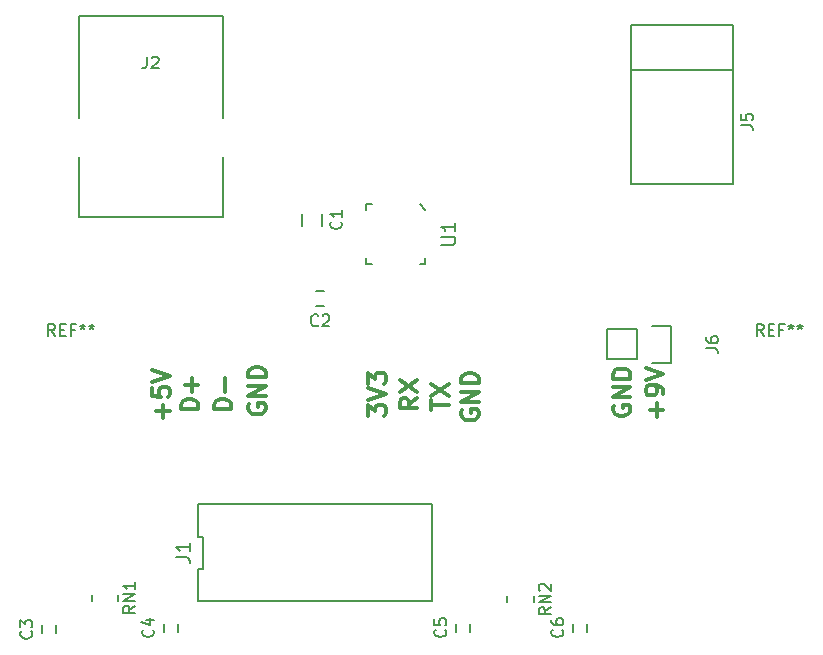
<source format=gbr>
G04 #@! TF.FileFunction,Legend,Top*
%FSLAX46Y46*%
G04 Gerber Fmt 4.6, Leading zero omitted, Abs format (unit mm)*
G04 Created by KiCad (PCBNEW 4.0.6-e0-6349~53~ubuntu16.04.1) date Sat Jul 15 19:45:57 2017*
%MOMM*%
%LPD*%
G01*
G04 APERTURE LIST*
%ADD10C,0.100000*%
%ADD11C,0.300000*%
%ADD12C,0.150000*%
G04 APERTURE END LIST*
D10*
D11*
X103612143Y-79271571D02*
X103612143Y-78128714D01*
X104183571Y-78700143D02*
X103040714Y-78700143D01*
X104183571Y-77343000D02*
X104183571Y-77057285D01*
X104112143Y-76914428D01*
X104040714Y-76843000D01*
X103826429Y-76700142D01*
X103540714Y-76628714D01*
X102969286Y-76628714D01*
X102826429Y-76700142D01*
X102755000Y-76771571D01*
X102683571Y-76914428D01*
X102683571Y-77200142D01*
X102755000Y-77343000D01*
X102826429Y-77414428D01*
X102969286Y-77485857D01*
X103326429Y-77485857D01*
X103469286Y-77414428D01*
X103540714Y-77343000D01*
X103612143Y-77200142D01*
X103612143Y-76914428D01*
X103540714Y-76771571D01*
X103469286Y-76700142D01*
X103326429Y-76628714D01*
X102683571Y-76200143D02*
X104183571Y-75700143D01*
X102683571Y-75200143D01*
X99961000Y-78358857D02*
X99889571Y-78501714D01*
X99889571Y-78716000D01*
X99961000Y-78930285D01*
X100103857Y-79073143D01*
X100246714Y-79144571D01*
X100532429Y-79216000D01*
X100746714Y-79216000D01*
X101032429Y-79144571D01*
X101175286Y-79073143D01*
X101318143Y-78930285D01*
X101389571Y-78716000D01*
X101389571Y-78573143D01*
X101318143Y-78358857D01*
X101246714Y-78287428D01*
X100746714Y-78287428D01*
X100746714Y-78573143D01*
X101389571Y-77644571D02*
X99889571Y-77644571D01*
X101389571Y-76787428D01*
X99889571Y-76787428D01*
X101389571Y-76073142D02*
X99889571Y-76073142D01*
X99889571Y-75715999D01*
X99961000Y-75501714D01*
X100103857Y-75358856D01*
X100246714Y-75287428D01*
X100532429Y-75215999D01*
X100746714Y-75215999D01*
X101032429Y-75287428D01*
X101175286Y-75358856D01*
X101318143Y-75501714D01*
X101389571Y-75715999D01*
X101389571Y-76073142D01*
X79188571Y-79200142D02*
X79188571Y-78271571D01*
X79760000Y-78771571D01*
X79760000Y-78557285D01*
X79831429Y-78414428D01*
X79902857Y-78342999D01*
X80045714Y-78271571D01*
X80402857Y-78271571D01*
X80545714Y-78342999D01*
X80617143Y-78414428D01*
X80688571Y-78557285D01*
X80688571Y-78985857D01*
X80617143Y-79128714D01*
X80545714Y-79200142D01*
X79188571Y-77843000D02*
X80688571Y-77343000D01*
X79188571Y-76843000D01*
X79188571Y-76485857D02*
X79188571Y-75557286D01*
X79760000Y-76057286D01*
X79760000Y-75843000D01*
X79831429Y-75700143D01*
X79902857Y-75628714D01*
X80045714Y-75557286D01*
X80402857Y-75557286D01*
X80545714Y-75628714D01*
X80617143Y-75700143D01*
X80688571Y-75843000D01*
X80688571Y-76271572D01*
X80617143Y-76414429D01*
X80545714Y-76485857D01*
X83355571Y-77719999D02*
X82641286Y-78219999D01*
X83355571Y-78577142D02*
X81855571Y-78577142D01*
X81855571Y-78005714D01*
X81927000Y-77862856D01*
X81998429Y-77791428D01*
X82141286Y-77719999D01*
X82355571Y-77719999D01*
X82498429Y-77791428D01*
X82569857Y-77862856D01*
X82641286Y-78005714D01*
X82641286Y-78577142D01*
X81855571Y-77219999D02*
X83355571Y-76219999D01*
X81855571Y-76219999D02*
X83355571Y-77219999D01*
X84522571Y-78739857D02*
X84522571Y-77882714D01*
X86022571Y-78311285D02*
X84522571Y-78311285D01*
X84522571Y-77525571D02*
X86022571Y-76525571D01*
X84522571Y-76525571D02*
X86022571Y-77525571D01*
X87134000Y-78739857D02*
X87062571Y-78882714D01*
X87062571Y-79097000D01*
X87134000Y-79311285D01*
X87276857Y-79454143D01*
X87419714Y-79525571D01*
X87705429Y-79597000D01*
X87919714Y-79597000D01*
X88205429Y-79525571D01*
X88348286Y-79454143D01*
X88491143Y-79311285D01*
X88562571Y-79097000D01*
X88562571Y-78954143D01*
X88491143Y-78739857D01*
X88419714Y-78668428D01*
X87919714Y-78668428D01*
X87919714Y-78954143D01*
X88562571Y-78025571D02*
X87062571Y-78025571D01*
X88562571Y-77168428D01*
X87062571Y-77168428D01*
X88562571Y-76454142D02*
X87062571Y-76454142D01*
X87062571Y-76096999D01*
X87134000Y-75882714D01*
X87276857Y-75739856D01*
X87419714Y-75668428D01*
X87705429Y-75596999D01*
X87919714Y-75596999D01*
X88205429Y-75668428D01*
X88348286Y-75739856D01*
X88491143Y-75882714D01*
X88562571Y-76096999D01*
X88562571Y-76454142D01*
X61829143Y-79398571D02*
X61829143Y-78255714D01*
X62400571Y-78827143D02*
X61257714Y-78827143D01*
X60900571Y-76827142D02*
X60900571Y-77541428D01*
X61614857Y-77612857D01*
X61543429Y-77541428D01*
X61472000Y-77398571D01*
X61472000Y-77041428D01*
X61543429Y-76898571D01*
X61614857Y-76827142D01*
X61757714Y-76755714D01*
X62114857Y-76755714D01*
X62257714Y-76827142D01*
X62329143Y-76898571D01*
X62400571Y-77041428D01*
X62400571Y-77398571D01*
X62329143Y-77541428D01*
X62257714Y-77612857D01*
X60900571Y-76327143D02*
X62400571Y-75827143D01*
X60900571Y-75327143D01*
X64813571Y-78664428D02*
X63313571Y-78664428D01*
X63313571Y-78307285D01*
X63385000Y-78093000D01*
X63527857Y-77950142D01*
X63670714Y-77878714D01*
X63956429Y-77807285D01*
X64170714Y-77807285D01*
X64456429Y-77878714D01*
X64599286Y-77950142D01*
X64742143Y-78093000D01*
X64813571Y-78307285D01*
X64813571Y-78664428D01*
X64242143Y-77164428D02*
X64242143Y-76021571D01*
X64813571Y-76593000D02*
X63670714Y-76593000D01*
X67607571Y-78664428D02*
X66107571Y-78664428D01*
X66107571Y-78307285D01*
X66179000Y-78093000D01*
X66321857Y-77950142D01*
X66464714Y-77878714D01*
X66750429Y-77807285D01*
X66964714Y-77807285D01*
X67250429Y-77878714D01*
X67393286Y-77950142D01*
X67536143Y-78093000D01*
X67607571Y-78307285D01*
X67607571Y-78664428D01*
X67036143Y-77164428D02*
X67036143Y-76021571D01*
X69100000Y-78231857D02*
X69028571Y-78374714D01*
X69028571Y-78589000D01*
X69100000Y-78803285D01*
X69242857Y-78946143D01*
X69385714Y-79017571D01*
X69671429Y-79089000D01*
X69885714Y-79089000D01*
X70171429Y-79017571D01*
X70314286Y-78946143D01*
X70457143Y-78803285D01*
X70528571Y-78589000D01*
X70528571Y-78446143D01*
X70457143Y-78231857D01*
X70385714Y-78160428D01*
X69885714Y-78160428D01*
X69885714Y-78446143D01*
X70528571Y-77517571D02*
X69028571Y-77517571D01*
X70528571Y-76660428D01*
X69028571Y-76660428D01*
X70528571Y-75946142D02*
X69028571Y-75946142D01*
X69028571Y-75588999D01*
X69100000Y-75374714D01*
X69242857Y-75231856D01*
X69385714Y-75160428D01*
X69671429Y-75088999D01*
X69885714Y-75088999D01*
X70171429Y-75160428D01*
X70314286Y-75231856D01*
X70457143Y-75374714D01*
X70528571Y-75588999D01*
X70528571Y-75946142D01*
D12*
X75272000Y-63111000D02*
X75272000Y-62111000D01*
X73572000Y-62111000D02*
X73572000Y-63111000D01*
X75470500Y-69878500D02*
X74770500Y-69878500D01*
X74770500Y-68678500D02*
X75470500Y-68678500D01*
X51597000Y-97632000D02*
X51597000Y-96932000D01*
X52797000Y-96932000D02*
X52797000Y-97632000D01*
X61884000Y-97505000D02*
X61884000Y-96805000D01*
X63084000Y-96805000D02*
X63084000Y-97505000D01*
X86649000Y-97505000D02*
X86649000Y-96805000D01*
X87849000Y-96805000D02*
X87849000Y-97505000D01*
X96555000Y-97505000D02*
X96555000Y-96805000D01*
X97755000Y-96805000D02*
X97755000Y-97505000D01*
X66865500Y-54038500D02*
X66865500Y-45402500D01*
X66865500Y-62420500D02*
X66865500Y-57340500D01*
X54673500Y-54038500D02*
X54673500Y-45402500D01*
X54673500Y-62420500D02*
X54673500Y-57340500D01*
X54673500Y-45402500D02*
X66865500Y-45402500D01*
X66865500Y-62420500D02*
X54673500Y-62420500D01*
X110045500Y-46926500D02*
X110045500Y-46164500D01*
X110045500Y-46164500D02*
X101409500Y-46164500D01*
X101409500Y-46164500D02*
X101409500Y-46926500D01*
X110045500Y-49974500D02*
X101409500Y-49974500D01*
X110045500Y-59626500D02*
X101409500Y-59626500D01*
X101409500Y-46926500D02*
X101409500Y-59626500D01*
X110045500Y-46926500D02*
X110045500Y-59626500D01*
X101981000Y-74422000D02*
X99441000Y-74422000D01*
X104801000Y-74702000D02*
X103251000Y-74702000D01*
X101981000Y-74422000D02*
X101981000Y-71882000D01*
X103251000Y-71602000D02*
X104801000Y-71602000D01*
X104801000Y-71602000D02*
X104801000Y-74702000D01*
X101981000Y-71882000D02*
X99441000Y-71882000D01*
X99441000Y-71882000D02*
X99441000Y-74422000D01*
X58031000Y-94865000D02*
X58031000Y-94365000D01*
X55761000Y-94865000D02*
X55761000Y-94365000D01*
X93210000Y-94992000D02*
X93210000Y-94492000D01*
X90940000Y-94992000D02*
X90940000Y-94492000D01*
X83534000Y-61317500D02*
X84034000Y-61817500D01*
X84034000Y-65817500D02*
X84034000Y-66317500D01*
X84034000Y-66317500D02*
X83534000Y-66317500D01*
X79034000Y-61817500D02*
X79034000Y-61317500D01*
X79034000Y-61317500D02*
X79534000Y-61317500D01*
X79034000Y-65817500D02*
X79034000Y-66317500D01*
X79034000Y-66317500D02*
X79534000Y-66317500D01*
X64746000Y-94924999D02*
X84606000Y-94925000D01*
X84606000Y-94925000D02*
X84606000Y-86685001D01*
X84606000Y-86685001D02*
X64746000Y-86685000D01*
X64746000Y-86685000D02*
X64746000Y-89431667D01*
X64746000Y-89431667D02*
X65196000Y-89431667D01*
X65196000Y-89431667D02*
X65196000Y-92178333D01*
X65196000Y-92178333D02*
X64746000Y-92178333D01*
X64746000Y-92178333D02*
X64746000Y-94924999D01*
X76879143Y-62777666D02*
X76926762Y-62825285D01*
X76974381Y-62968142D01*
X76974381Y-63063380D01*
X76926762Y-63206238D01*
X76831524Y-63301476D01*
X76736286Y-63349095D01*
X76545810Y-63396714D01*
X76402952Y-63396714D01*
X76212476Y-63349095D01*
X76117238Y-63301476D01*
X76022000Y-63206238D01*
X75974381Y-63063380D01*
X75974381Y-62968142D01*
X76022000Y-62825285D01*
X76069619Y-62777666D01*
X76974381Y-61825285D02*
X76974381Y-62396714D01*
X76974381Y-62111000D02*
X75974381Y-62111000D01*
X76117238Y-62206238D01*
X76212476Y-62301476D01*
X76260095Y-62396714D01*
X74953834Y-71535643D02*
X74906215Y-71583262D01*
X74763358Y-71630881D01*
X74668120Y-71630881D01*
X74525262Y-71583262D01*
X74430024Y-71488024D01*
X74382405Y-71392786D01*
X74334786Y-71202310D01*
X74334786Y-71059452D01*
X74382405Y-70868976D01*
X74430024Y-70773738D01*
X74525262Y-70678500D01*
X74668120Y-70630881D01*
X74763358Y-70630881D01*
X74906215Y-70678500D01*
X74953834Y-70726119D01*
X75334786Y-70726119D02*
X75382405Y-70678500D01*
X75477643Y-70630881D01*
X75715739Y-70630881D01*
X75810977Y-70678500D01*
X75858596Y-70726119D01*
X75906215Y-70821357D01*
X75906215Y-70916595D01*
X75858596Y-71059452D01*
X75287167Y-71630881D01*
X75906215Y-71630881D01*
X50654143Y-97448666D02*
X50701762Y-97496285D01*
X50749381Y-97639142D01*
X50749381Y-97734380D01*
X50701762Y-97877238D01*
X50606524Y-97972476D01*
X50511286Y-98020095D01*
X50320810Y-98067714D01*
X50177952Y-98067714D01*
X49987476Y-98020095D01*
X49892238Y-97972476D01*
X49797000Y-97877238D01*
X49749381Y-97734380D01*
X49749381Y-97639142D01*
X49797000Y-97496285D01*
X49844619Y-97448666D01*
X49749381Y-97115333D02*
X49749381Y-96496285D01*
X50130333Y-96829619D01*
X50130333Y-96686761D01*
X50177952Y-96591523D01*
X50225571Y-96543904D01*
X50320810Y-96496285D01*
X50558905Y-96496285D01*
X50654143Y-96543904D01*
X50701762Y-96591523D01*
X50749381Y-96686761D01*
X50749381Y-96972476D01*
X50701762Y-97067714D01*
X50654143Y-97115333D01*
X60941143Y-97321666D02*
X60988762Y-97369285D01*
X61036381Y-97512142D01*
X61036381Y-97607380D01*
X60988762Y-97750238D01*
X60893524Y-97845476D01*
X60798286Y-97893095D01*
X60607810Y-97940714D01*
X60464952Y-97940714D01*
X60274476Y-97893095D01*
X60179238Y-97845476D01*
X60084000Y-97750238D01*
X60036381Y-97607380D01*
X60036381Y-97512142D01*
X60084000Y-97369285D01*
X60131619Y-97321666D01*
X60369714Y-96464523D02*
X61036381Y-96464523D01*
X59988762Y-96702619D02*
X60703048Y-96940714D01*
X60703048Y-96321666D01*
X85706143Y-97321666D02*
X85753762Y-97369285D01*
X85801381Y-97512142D01*
X85801381Y-97607380D01*
X85753762Y-97750238D01*
X85658524Y-97845476D01*
X85563286Y-97893095D01*
X85372810Y-97940714D01*
X85229952Y-97940714D01*
X85039476Y-97893095D01*
X84944238Y-97845476D01*
X84849000Y-97750238D01*
X84801381Y-97607380D01*
X84801381Y-97512142D01*
X84849000Y-97369285D01*
X84896619Y-97321666D01*
X84801381Y-96416904D02*
X84801381Y-96893095D01*
X85277571Y-96940714D01*
X85229952Y-96893095D01*
X85182333Y-96797857D01*
X85182333Y-96559761D01*
X85229952Y-96464523D01*
X85277571Y-96416904D01*
X85372810Y-96369285D01*
X85610905Y-96369285D01*
X85706143Y-96416904D01*
X85753762Y-96464523D01*
X85801381Y-96559761D01*
X85801381Y-96797857D01*
X85753762Y-96893095D01*
X85706143Y-96940714D01*
X95612143Y-97321666D02*
X95659762Y-97369285D01*
X95707381Y-97512142D01*
X95707381Y-97607380D01*
X95659762Y-97750238D01*
X95564524Y-97845476D01*
X95469286Y-97893095D01*
X95278810Y-97940714D01*
X95135952Y-97940714D01*
X94945476Y-97893095D01*
X94850238Y-97845476D01*
X94755000Y-97750238D01*
X94707381Y-97607380D01*
X94707381Y-97512142D01*
X94755000Y-97369285D01*
X94802619Y-97321666D01*
X94707381Y-96464523D02*
X94707381Y-96655000D01*
X94755000Y-96750238D01*
X94802619Y-96797857D01*
X94945476Y-96893095D01*
X95135952Y-96940714D01*
X95516905Y-96940714D01*
X95612143Y-96893095D01*
X95659762Y-96845476D01*
X95707381Y-96750238D01*
X95707381Y-96559761D01*
X95659762Y-96464523D01*
X95612143Y-96416904D01*
X95516905Y-96369285D01*
X95278810Y-96369285D01*
X95183571Y-96416904D01*
X95135952Y-96464523D01*
X95088333Y-96559761D01*
X95088333Y-96750238D01*
X95135952Y-96845476D01*
X95183571Y-96893095D01*
X95278810Y-96940714D01*
X60436167Y-48791881D02*
X60436167Y-49506167D01*
X60388547Y-49649024D01*
X60293309Y-49744262D01*
X60150452Y-49791881D01*
X60055214Y-49791881D01*
X60864738Y-48887119D02*
X60912357Y-48839500D01*
X61007595Y-48791881D01*
X61245691Y-48791881D01*
X61340929Y-48839500D01*
X61388548Y-48887119D01*
X61436167Y-48982357D01*
X61436167Y-49077595D01*
X61388548Y-49220452D01*
X60817119Y-49791881D01*
X61436167Y-49791881D01*
X110767881Y-54625833D02*
X111482167Y-54625833D01*
X111625024Y-54673453D01*
X111720262Y-54768691D01*
X111767881Y-54911548D01*
X111767881Y-55006786D01*
X110767881Y-53673452D02*
X110767881Y-54149643D01*
X111244071Y-54197262D01*
X111196452Y-54149643D01*
X111148833Y-54054405D01*
X111148833Y-53816309D01*
X111196452Y-53721071D01*
X111244071Y-53673452D01*
X111339310Y-53625833D01*
X111577405Y-53625833D01*
X111672643Y-53673452D01*
X111720262Y-53721071D01*
X111767881Y-53816309D01*
X111767881Y-54054405D01*
X111720262Y-54149643D01*
X111672643Y-54197262D01*
X107803381Y-73485333D02*
X108517667Y-73485333D01*
X108660524Y-73532953D01*
X108755762Y-73628191D01*
X108803381Y-73771048D01*
X108803381Y-73866286D01*
X107803381Y-72580571D02*
X107803381Y-72771048D01*
X107851000Y-72866286D01*
X107898619Y-72913905D01*
X108041476Y-73009143D01*
X108231952Y-73056762D01*
X108612905Y-73056762D01*
X108708143Y-73009143D01*
X108755762Y-72961524D01*
X108803381Y-72866286D01*
X108803381Y-72675809D01*
X108755762Y-72580571D01*
X108708143Y-72532952D01*
X108612905Y-72485333D01*
X108374810Y-72485333D01*
X108279571Y-72532952D01*
X108231952Y-72580571D01*
X108184333Y-72675809D01*
X108184333Y-72866286D01*
X108231952Y-72961524D01*
X108279571Y-73009143D01*
X108374810Y-73056762D01*
X59448381Y-95305476D02*
X58972190Y-95638810D01*
X59448381Y-95876905D02*
X58448381Y-95876905D01*
X58448381Y-95495952D01*
X58496000Y-95400714D01*
X58543619Y-95353095D01*
X58638857Y-95305476D01*
X58781714Y-95305476D01*
X58876952Y-95353095D01*
X58924571Y-95400714D01*
X58972190Y-95495952D01*
X58972190Y-95876905D01*
X59448381Y-94876905D02*
X58448381Y-94876905D01*
X59448381Y-94305476D01*
X58448381Y-94305476D01*
X59448381Y-93305476D02*
X59448381Y-93876905D01*
X59448381Y-93591191D02*
X58448381Y-93591191D01*
X58591238Y-93686429D01*
X58686476Y-93781667D01*
X58734095Y-93876905D01*
X94627381Y-95432476D02*
X94151190Y-95765810D01*
X94627381Y-96003905D02*
X93627381Y-96003905D01*
X93627381Y-95622952D01*
X93675000Y-95527714D01*
X93722619Y-95480095D01*
X93817857Y-95432476D01*
X93960714Y-95432476D01*
X94055952Y-95480095D01*
X94103571Y-95527714D01*
X94151190Y-95622952D01*
X94151190Y-96003905D01*
X94627381Y-95003905D02*
X93627381Y-95003905D01*
X94627381Y-94432476D01*
X93627381Y-94432476D01*
X93722619Y-94003905D02*
X93675000Y-93956286D01*
X93627381Y-93861048D01*
X93627381Y-93622952D01*
X93675000Y-93527714D01*
X93722619Y-93480095D01*
X93817857Y-93432476D01*
X93913095Y-93432476D01*
X94055952Y-93480095D01*
X94627381Y-94051524D01*
X94627381Y-93432476D01*
X85376857Y-64731786D02*
X86348286Y-64731786D01*
X86462571Y-64674643D01*
X86519714Y-64617500D01*
X86576857Y-64503214D01*
X86576857Y-64274643D01*
X86519714Y-64160357D01*
X86462571Y-64103214D01*
X86348286Y-64046071D01*
X85376857Y-64046071D01*
X86576857Y-62846071D02*
X86576857Y-63531786D01*
X86576857Y-63188928D02*
X85376857Y-63188928D01*
X85548286Y-63303214D01*
X85662571Y-63417500D01*
X85719714Y-63531786D01*
X62888857Y-91205000D02*
X63746000Y-91205000D01*
X63917429Y-91262142D01*
X64031714Y-91376428D01*
X64088857Y-91547857D01*
X64088857Y-91662142D01*
X64088857Y-90004999D02*
X64088857Y-90690714D01*
X64088857Y-90347856D02*
X62888857Y-90347856D01*
X63060286Y-90462142D01*
X63174571Y-90576428D01*
X63231714Y-90690714D01*
X52666667Y-72451881D02*
X52333333Y-71975690D01*
X52095238Y-72451881D02*
X52095238Y-71451881D01*
X52476191Y-71451881D01*
X52571429Y-71499500D01*
X52619048Y-71547119D01*
X52666667Y-71642357D01*
X52666667Y-71785214D01*
X52619048Y-71880452D01*
X52571429Y-71928071D01*
X52476191Y-71975690D01*
X52095238Y-71975690D01*
X53095238Y-71928071D02*
X53428572Y-71928071D01*
X53571429Y-72451881D02*
X53095238Y-72451881D01*
X53095238Y-71451881D01*
X53571429Y-71451881D01*
X54333334Y-71928071D02*
X54000000Y-71928071D01*
X54000000Y-72451881D02*
X54000000Y-71451881D01*
X54476191Y-71451881D01*
X55000000Y-71451881D02*
X55000000Y-71689976D01*
X54761905Y-71594738D02*
X55000000Y-71689976D01*
X55238096Y-71594738D01*
X54857143Y-71880452D02*
X55000000Y-71689976D01*
X55142858Y-71880452D01*
X55761905Y-71451881D02*
X55761905Y-71689976D01*
X55523810Y-71594738D02*
X55761905Y-71689976D01*
X56000001Y-71594738D01*
X55619048Y-71880452D02*
X55761905Y-71689976D01*
X55904763Y-71880452D01*
X112666667Y-72451881D02*
X112333333Y-71975690D01*
X112095238Y-72451881D02*
X112095238Y-71451881D01*
X112476191Y-71451881D01*
X112571429Y-71499500D01*
X112619048Y-71547119D01*
X112666667Y-71642357D01*
X112666667Y-71785214D01*
X112619048Y-71880452D01*
X112571429Y-71928071D01*
X112476191Y-71975690D01*
X112095238Y-71975690D01*
X113095238Y-71928071D02*
X113428572Y-71928071D01*
X113571429Y-72451881D02*
X113095238Y-72451881D01*
X113095238Y-71451881D01*
X113571429Y-71451881D01*
X114333334Y-71928071D02*
X114000000Y-71928071D01*
X114000000Y-72451881D02*
X114000000Y-71451881D01*
X114476191Y-71451881D01*
X115000000Y-71451881D02*
X115000000Y-71689976D01*
X114761905Y-71594738D02*
X115000000Y-71689976D01*
X115238096Y-71594738D01*
X114857143Y-71880452D02*
X115000000Y-71689976D01*
X115142858Y-71880452D01*
X115761905Y-71451881D02*
X115761905Y-71689976D01*
X115523810Y-71594738D02*
X115761905Y-71689976D01*
X116000001Y-71594738D01*
X115619048Y-71880452D02*
X115761905Y-71689976D01*
X115904763Y-71880452D01*
M02*

</source>
